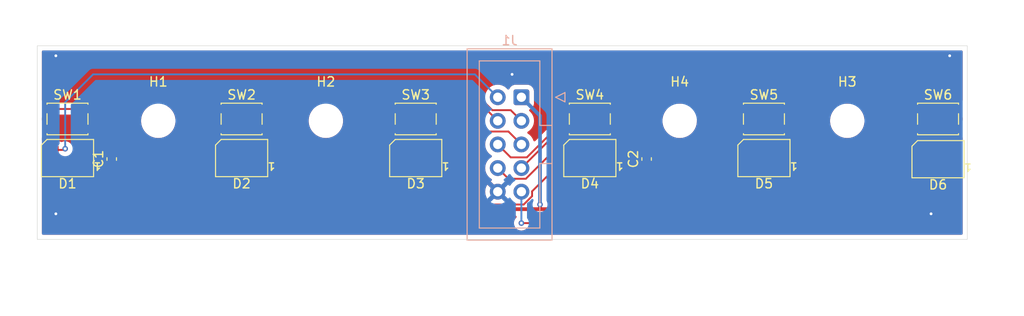
<source format=kicad_pcb>
(kicad_pcb (version 20240108) (generator "pcbnew") (generator_version "8.0")
  (layers (0 "F.Cu" signal) (31 "B.Cu" signal) (34 "B.Paste" user) (35 "F.Paste" user) (36 "B.SilkS" user "B.Silkscreen") (37 "F.SilkS" user "F.Silkscreen") (38 "B.Mask" user) (39 "F.Mask" user) (44 "Edge.Cuts" user))
  (net 0 "")
  (net 1 "GND")
  (net 2 "+3V3")
  (net 3 "Net-(D1-DIN)")
  (net 4 "Net-(D1-DOUT)")
  (net 5 "Net-(D2-DOUT)")
  (net 6 "Net-(D3-DOUT)")
  (net 7 "Net-(D4-DOUT)")
  (net 8 "Net-(D5-DOUT)")
  (net 9 "Net-(D6-DOUT)")
  (net 10 "Net-(J1-Pin_5)")
  (net 11 "Net-(J1-Pin_8)")
  (net 12 "Net-(J1-Pin_6)")
  (net 13 "Net-(J1-Pin_3)")
  (net 14 "Net-(J1-Pin_7)")
  (net 15 "Net-(J1-Pin_4)")
  (footprint "Button_Switch_SMD:SW_SPST_PTS810" (layer "F.Cu") (at 146.65 50.8)
    (property "Reference" "SW3" (at 0 -2.6 0) (layer "F.SilkS"))
    (property "Value" "SW_Push")
    (fp_line (start -2.2 -1.7) (end -2.2 -1.58) (stroke (width 0.12)) (layer "F.SilkS"))
    (fp_line (start -2.2 -0.57) (end -2.2 0.57) (stroke (width 0.12)) (layer "F.SilkS"))
    (fp_line (start -2.2 1.58) (end -2.2 1.7) (stroke (width 0.12)) (layer "F.SilkS"))
    (fp_line (start -2.2 1.7) (end 2.2 1.7) (stroke (width 0.12)) (layer "F.SilkS"))
    (fp_line (start 2.2 -1.7) (end -2.2 -1.7) (stroke (width 0.12)) (layer "F.SilkS"))
    (fp_line (start 2.2 -1.58) (end 2.2 -1.7) (stroke (width 0.12)) (layer "F.SilkS"))
    (fp_line (start 2.2 0.57) (end 2.2 -0.57) (stroke (width 0.12)) (layer "F.SilkS"))
    (fp_line (start 2.2 1.7) (end 2.2 1.58) (stroke (width 0.12)) (layer "F.SilkS"))
    (pad "1" smd rect (at -2.075 -1.075) (size 1.05 0.65) (layers "F.Cu" "F.Paste" "F.Mask") (net 10 "Net-(J1-Pin_5)"))
    (pad "1" smd rect (at 2.075 -1.075) (size 1.05 0.65) (layers "F.Cu" "F.Paste" "F.Mask") (net 10 "Net-(J1-Pin_5)"))
    (pad "2" smd rect (at -2.075 1.075) (size 1.05 0.65) (layers "F.Cu" "F.Paste" "F.Mask") (net 1 "GND"))
    (pad "2" smd rect (at 2.075 1.075) (size 1.05 0.65) (layers "F.Cu" "F.Paste" "F.Mask") (net 1 "GND"))
  )
  (footprint "Button_Switch_SMD:SW_SPST_PTS810" (layer "F.Cu") (at 109.25 50.8)
    (property "Reference" "SW1" (at 0 -2.6 0) (layer "F.SilkS"))
    (property "Value" "SW_Push")
    (fp_line (start -2.2 -1.7) (end -2.2 -1.58) (stroke (width 0.12)) (layer "F.SilkS"))
    (fp_line (start -2.2 -0.57) (end -2.2 0.57) (stroke (width 0.12)) (layer "F.SilkS"))
    (fp_line (start -2.2 1.58) (end -2.2 1.7) (stroke (width 0.12)) (layer "F.SilkS"))
    (fp_line (start -2.2 1.7) (end 2.2 1.7) (stroke (width 0.12)) (layer "F.SilkS"))
    (fp_line (start 2.2 -1.7) (end -2.2 -1.7) (stroke (width 0.12)) (layer "F.SilkS"))
    (fp_line (start 2.2 -1.58) (end 2.2 -1.7) (stroke (width 0.12)) (layer "F.SilkS"))
    (fp_line (start 2.2 0.57) (end 2.2 -0.57) (stroke (width 0.12)) (layer "F.SilkS"))
    (fp_line (start 2.2 1.7) (end 2.2 1.58) (stroke (width 0.12)) (layer "F.SilkS"))
    (pad "1" smd rect (at -2.075 -1.075) (size 1.05 0.65) (layers "F.Cu" "F.Paste" "F.Mask") (net 13 "Net-(J1-Pin_3)"))
    (pad "1" smd rect (at 2.075 -1.075) (size 1.05 0.65) (layers "F.Cu" "F.Paste" "F.Mask") (net 13 "Net-(J1-Pin_3)"))
    (pad "2" smd rect (at -2.075 1.075) (size 1.05 0.65) (layers "F.Cu" "F.Paste" "F.Mask") (net 1 "GND"))
    (pad "2" smd rect (at 2.075 1.075) (size 1.05 0.65) (layers "F.Cu" "F.Paste" "F.Mask") (net 1 "GND"))
  )
  (footprint "Button_Switch_SMD:SW_SPST_PTS810" (layer "F.Cu") (at 202.75 50.8)
    (property "Reference" "SW6" (at 0 -2.6 0) (layer "F.SilkS"))
    (property "Value" "SW_Push")
    (fp_line (start -2.2 -1.7) (end -2.2 -1.58) (stroke (width 0.12)) (layer "F.SilkS"))
    (fp_line (start -2.2 -0.57) (end -2.2 0.57) (stroke (width 0.12)) (layer "F.SilkS"))
    (fp_line (start -2.2 1.58) (end -2.2 1.7) (stroke (width 0.12)) (layer "F.SilkS"))
    (fp_line (start -2.2 1.7) (end 2.2 1.7) (stroke (width 0.12)) (layer "F.SilkS"))
    (fp_line (start 2.2 -1.7) (end -2.2 -1.7) (stroke (width 0.12)) (layer "F.SilkS"))
    (fp_line (start 2.2 -1.58) (end 2.2 -1.7) (stroke (width 0.12)) (layer "F.SilkS"))
    (fp_line (start 2.2 0.57) (end 2.2 -0.57) (stroke (width 0.12)) (layer "F.SilkS"))
    (fp_line (start 2.2 1.7) (end 2.2 1.58) (stroke (width 0.12)) (layer "F.SilkS"))
    (pad "1" smd rect (at -2.075 -1.075) (size 1.05 0.65) (layers "F.Cu" "F.Paste" "F.Mask") (net 11 "Net-(J1-Pin_8)"))
    (pad "1" smd rect (at 2.075 -1.075) (size 1.05 0.65) (layers "F.Cu" "F.Paste" "F.Mask") (net 11 "Net-(J1-Pin_8)"))
    (pad "2" smd rect (at -2.075 1.075) (size 1.05 0.65) (layers "F.Cu" "F.Paste" "F.Mask") (net 1 "GND"))
    (pad "2" smd rect (at 2.075 1.075) (size 1.05 0.65) (layers "F.Cu" "F.Paste" "F.Mask") (net 1 "GND"))
  )
  (footprint "Button_Switch_SMD:SW_SPST_PTS810" (layer "F.Cu") (at 184.05 50.8)
    (property "Reference" "SW5" (at 0 -2.6 0) (layer "F.SilkS"))
    (property "Value" "SW_Push")
    (fp_line (start -2.2 -1.7) (end -2.2 -1.58) (stroke (width 0.12)) (layer "F.SilkS"))
    (fp_line (start -2.2 -0.57) (end -2.2 0.57) (stroke (width 0.12)) (layer "F.SilkS"))
    (fp_line (start -2.2 1.58) (end -2.2 1.7) (stroke (width 0.12)) (layer "F.SilkS"))
    (fp_line (start -2.2 1.7) (end 2.2 1.7) (stroke (width 0.12)) (layer "F.SilkS"))
    (fp_line (start 2.2 -1.7) (end -2.2 -1.7) (stroke (width 0.12)) (layer "F.SilkS"))
    (fp_line (start 2.2 -1.58) (end 2.2 -1.7) (stroke (width 0.12)) (layer "F.SilkS"))
    (fp_line (start 2.2 0.57) (end 2.2 -0.57) (stroke (width 0.12)) (layer "F.SilkS"))
    (fp_line (start 2.2 1.7) (end 2.2 1.58) (stroke (width 0.12)) (layer "F.SilkS"))
    (pad "1" smd rect (at -2.075 -1.075) (size 1.05 0.65) (layers "F.Cu" "F.Paste" "F.Mask") (net 14 "Net-(J1-Pin_7)"))
    (pad "1" smd rect (at 2.075 -1.075) (size 1.05 0.65) (layers "F.Cu" "F.Paste" "F.Mask") (net 14 "Net-(J1-Pin_7)"))
    (pad "2" smd rect (at -2.075 1.075) (size 1.05 0.65) (layers "F.Cu" "F.Paste" "F.Mask") (net 1 "GND"))
    (pad "2" smd rect (at 2.075 1.075) (size 1.05 0.65) (layers "F.Cu" "F.Paste" "F.Mask") (net 1 "GND"))
  )
  (footprint "Button_Switch_SMD:SW_SPST_PTS810" (layer "F.Cu") (at 165.35 50.8)
    (property "Reference" "SW4" (at 0 -2.6 0) (layer "F.SilkS"))
    (property "Value" "SW_Push")
    (fp_line (start -2.2 -1.7) (end -2.2 -1.58) (stroke (width 0.12)) (layer "F.SilkS"))
    (fp_line (start -2.2 -0.57) (end -2.2 0.57) (stroke (width 0.12)) (layer "F.SilkS"))
    (fp_line (start -2.2 1.58) (end -2.2 1.7) (stroke (width 0.12)) (layer "F.SilkS"))
    (fp_line (start -2.2 1.7) (end 2.2 1.7) (stroke (width 0.12)) (layer "F.SilkS"))
    (fp_line (start 2.2 -1.7) (end -2.2 -1.7) (stroke (width 0.12)) (layer "F.SilkS"))
    (fp_line (start 2.2 -1.58) (end 2.2 -1.7) (stroke (width 0.12)) (layer "F.SilkS"))
    (fp_line (start 2.2 0.57) (end 2.2 -0.57) (stroke (width 0.12)) (layer "F.SilkS"))
    (fp_line (start 2.2 1.7) (end 2.2 1.58) (stroke (width 0.12)) (layer "F.SilkS"))
    (pad "1" smd rect (at -2.075 -1.075) (size 1.05 0.65) (layers "F.Cu" "F.Paste" "F.Mask") (net 12 "Net-(J1-Pin_6)"))
    (pad "1" smd rect (at 2.075 -1.075) (size 1.05 0.65) (layers "F.Cu" "F.Paste" "F.Mask") (net 12 "Net-(J1-Pin_6)"))
    (pad "2" smd rect (at -2.075 1.075) (size 1.05 0.65) (layers "F.Cu" "F.Paste" "F.Mask") (net 1 "GND"))
    (pad "2" smd rect (at 2.075 1.075) (size 1.05 0.65) (layers "F.Cu" "F.Paste" "F.Mask") (net 1 "GND"))
  )
  (footprint "MountingHole:MountingHole_3.2mm_M3" (layer "F.Cu") (at 137 51)
    (property "Reference" "H2" (at 0 -4.2 0) (layer "F.SilkS"))
    (property "Value" "MountingHole")
    (pad "" np_thru_hole circle (at 0 0) (size 3.2 3.2) (drill 3.2) (layers "*.Cu" "*.Mask"))
  )
  (footprint "MountingHole:MountingHole_3.2mm_M3" (layer "F.Cu") (at 119 51)
    (property "Reference" "H1" (at 0 -4.2 0) (layer "F.SilkS"))
    (property "Value" "MountingHole")
    (pad "" np_thru_hole circle (at 0 0) (size 3.2 3.2) (drill 3.2) (layers "*.Cu" "*.Mask"))
  )
  (footprint "Capacitor_SMD:C_0603_1608Metric" (layer "F.Cu") (at 114 55.105 90)
    (property "Reference" "C1" (at 0 -1.43 90) (layer "F.SilkS"))
    (property "Value" "C")
    (fp_line (start -0.14058 -0.51) (end 0.14058 -0.51) (stroke (width 0.12)) (layer "F.SilkS"))
    (fp_line (start -0.14058 0.51) (end 0.14058 0.51) (stroke (width 0.12)) (layer "F.SilkS"))
    (pad "1" smd roundrect (at -0.775 0 90) (size 0.9 0.95) (layers "F.Cu" "F.Paste" "F.Mask") (net 2 "+3V3"))
    (pad "2" smd roundrect (at 0.775 0 90) (size 0.9 0.95) (layers "F.Cu" "F.Paste" "F.Mask") (net 1 "GND"))
  )
  (footprint "LED_SMD:LED_SK6812MINI_PLCC4_3.5x3.5mm_P1.75mm" (layer "F.Cu") (at 184.05 55.005 180)
    (property "Reference" "D5" (at 0 -2.75 0) (layer "F.SilkS"))
    (property "Value" "SK6812MINI")
    (fp_line (start 2.8 1.4) (end 2.8 -2) (stroke (width 0.12)) (layer "F.SilkS"))
    (fp_line (start 2.8 1.4) (end 2.2 2) (stroke (width 0.12)) (layer "F.SilkS"))
    (fp_line (start -2.8 2) (end 2.2 2) (stroke (width 0.12)) (layer "F.SilkS"))
    (fp_line (start -2.8 -2) (end 2.8 -2) (stroke (width 0.12)) (layer "F.SilkS"))
    (fp_line (start -2.8 -2) (end -2.8 2) (stroke (width 0.12)) (layer "F.SilkS"))
    (fp_text user "1" (at -3.2 -0.875 180) (layer "F.SilkS") (effects (font (size 0.8 0.8))))
    (pad "1" smd rect (at -1.75 -0.875 180) (size 1.6 0.85) (layers "F.Cu" "F.Paste" "F.Mask") (net 8 "Net-(D5-DOUT)"))
    (pad "2" smd rect (at -1.75 0.875 180) (size 1.6 0.85) (layers "F.Cu" "F.Paste" "F.Mask") (net 1 "GND"))
    (pad "3" smd rect (at 1.75 0.875 180) (size 1.6 0.85) (layers "F.Cu" "F.Paste" "F.Mask") (net 7 "Net-(D4-DOUT)"))
    (pad "4" smd rect (at 1.75 -0.875 180) (size 1.6 0.85) (layers "F.Cu" "F.Paste" "F.Mask") (net 2 "+3V3"))
  )
  (footprint "LED_SMD:LED_SK6812MINI_PLCC4_3.5x3.5mm_P1.75mm" (layer "F.Cu") (at 165.35 55.005 180)
    (property "Reference" "D4" (at 0 -2.75 0) (layer "F.SilkS"))
    (property "Value" "SK6812MINI")
    (fp_line (start 2.8 1.4) (end 2.8 -2) (stroke (width 0.12)) (layer "F.SilkS"))
    (fp_line (start 2.8 1.4) (end 2.2 2) (stroke (width 0.12)) (layer "F.SilkS"))
    (fp_line (start -2.8 2) (end 2.2 2) (stroke (width 0.12)) (layer "F.SilkS"))
    (fp_line (start -2.8 -2) (end 2.8 -2) (stroke (width 0.12)) (layer "F.SilkS"))
    (fp_line (start -2.8 -2) (end -2.8 2) (stroke (width 0.12)) (layer "F.SilkS"))
    (fp_text user "1" (at -3.2 -0.875 180) (layer "F.SilkS") (effects (font (size 0.8 0.8))))
    (pad "1" smd rect (at -1.75 -0.875 180) (size 1.6 0.85) (layers "F.Cu" "F.Paste" "F.Mask") (net 7 "Net-(D4-DOUT)"))
    (pad "2" smd rect (at -1.75 0.875 180) (size 1.6 0.85) (layers "F.Cu" "F.Paste" "F.Mask") (net 1 "GND"))
    (pad "3" smd rect (at 1.75 0.875 180) (size 1.6 0.85) (layers "F.Cu" "F.Paste" "F.Mask") (net 6 "Net-(D3-DOUT)"))
    (pad "4" smd rect (at 1.75 -0.875 180) (size 1.6 0.85) (layers "F.Cu" "F.Paste" "F.Mask") (net 2 "+3V3"))
  )
  (footprint "LED_SMD:LED_SK6812MINI_PLCC4_3.5x3.5mm_P1.75mm" (layer "F.Cu") (at 146.65 55.005 180)
    (property "Reference" "D3" (at 0 -2.75 0) (layer "F.SilkS"))
    (property "Value" "SK6812MINI")
    (fp_line (start 2.8 1.4) (end 2.8 -2) (stroke (width 0.12)) (layer "F.SilkS"))
    (fp_line (start 2.8 1.4) (end 2.2 2) (stroke (width 0.12)) (layer "F.SilkS"))
    (fp_line (start -2.8 2) (end 2.2 2) (stroke (width 0.12)) (layer "F.SilkS"))
    (fp_line (start -2.8 -2) (end 2.8 -2) (stroke (width 0.12)) (layer "F.SilkS"))
    (fp_line (start -2.8 -2) (end -2.8 2) (stroke (width 0.12)) (layer "F.SilkS"))
    (fp_text user "1" (at -3.2 -0.875 180) (layer "F.SilkS") (effects (font (size 0.8 0.8))))
    (pad "1" smd rect (at -1.75 -0.875 180) (size 1.6 0.85) (layers "F.Cu" "F.Paste" "F.Mask") (net 6 "Net-(D3-DOUT)"))
    (pad "2" smd rect (at -1.75 0.875 180) (size 1.6 0.85) (layers "F.Cu" "F.Paste" "F.Mask") (net 1 "GND"))
    (pad "3" smd rect (at 1.75 0.875 180) (size 1.6 0.85) (layers "F.Cu" "F.Paste" "F.Mask") (net 5 "Net-(D2-DOUT)"))
    (pad "4" smd rect (at 1.75 -0.875 180) (size 1.6 0.85) (layers "F.Cu" "F.Paste" "F.Mask") (net 2 "+3V3"))
  )
  (footprint "LED_SMD:LED_SK6812MINI_PLCC4_3.5x3.5mm_P1.75mm" (layer "F.Cu") (at 109.25 55.005 180)
    (property "Reference" "D1" (at 0 -2.75 0) (layer "F.SilkS"))
    (property "Value" "SK6812MINI")
    (fp_line (start 2.8 1.4) (end 2.8 -2) (stroke (width 0.12)) (layer "F.SilkS"))
    (fp_line (start 2.8 1.4) (end 2.2 2) (stroke (width 0.12)) (layer "F.SilkS"))
    (fp_line (start -2.8 2) (end 2.2 2) (stroke (width 0.12)) (layer "F.SilkS"))
    (fp_line (start -2.8 -2) (end 2.8 -2) (stroke (width 0.12)) (layer "F.SilkS"))
    (fp_line (start -2.8 -2) (end -2.8 2) (stroke (width 0.12)) (layer "F.SilkS"))
    (fp_text user "1" (at -3.2 -0.875 180) (layer "F.SilkS") (effects (font (size 0.8 0.8))))
    (pad "1" smd rect (at -1.75 -0.875 180) (size 1.6 0.85) (layers "F.Cu" "F.Paste" "F.Mask") (net 4 "Net-(D1-DOUT)"))
    (pad "2" smd rect (at -1.75 0.875 180) (size 1.6 0.85) (layers "F.Cu" "F.Paste" "F.Mask") (net 1 "GND"))
    (pad "3" smd rect (at 1.75 0.875 180) (size 1.6 0.85) (layers "F.Cu" "F.Paste" "F.Mask") (net 3 "Net-(D1-DIN)"))
    (pad "4" smd rect (at 1.75 -0.875 180) (size 1.6 0.85) (layers "F.Cu" "F.Paste" "F.Mask") (net 2 "+3V3"))
  )
  (footprint "MountingHole:MountingHole_3.2mm_M3" (layer "F.Cu") (at 175 51)
    (property "Reference" "H4" (at 0 -4.2 0) (layer "F.SilkS"))
    (property "Value" "MountingHole")
    (pad "" np_thru_hole circle (at 0 0) (size 3.2 3.2) (drill 3.2) (layers "*.Cu" "*.Mask"))
  )
  (footprint "LED_SMD:LED_SK6812MINI_PLCC4_3.5x3.5mm_P1.75mm" (layer "F.Cu") (at 202.75 55.125 180)
    (property "Reference" "D6" (at 0 -2.75 0) (layer "F.SilkS"))
    (property "Value" "SK6812MINI")
    (fp_line (start 2.8 1.4) (end 2.8 -2) (stroke (width 0.12)) (layer "F.SilkS"))
    (fp_line (start 2.8 1.4) (end 2.2 2) (stroke (width 0.12)) (layer "F.SilkS"))
    (fp_line (start -2.8 2) (end 2.2 2) (stroke (width 0.12)) (layer "F.SilkS"))
    (fp_line (start -2.8 -2) (end 2.8 -2) (stroke (width 0.12)) (layer "F.SilkS"))
    (fp_line (start -2.8 -2) (end -2.8 2) (stroke (width 0.12)) (layer "F.SilkS"))
    (fp_text user "1" (at -3.2 -0.875 180) (layer "F.SilkS") (effects (font (size 0.8 0.8))))
    (pad "1" smd rect (at -1.75 -0.875 180) (size 1.6 0.85) (layers "F.Cu" "F.Paste" "F.Mask") (net 9 "Net-(D6-DOUT)"))
    (pad "2" smd rect (at -1.75 0.875 180) (size 1.6 0.85) (layers "F.Cu" "F.Paste" "F.Mask") (net 1 "GND"))
    (pad "3" smd rect (at 1.75 0.875 180) (size 1.6 0.85) (layers "F.Cu" "F.Paste" "F.Mask") (net 8 "Net-(D5-DOUT)"))
    (pad "4" smd rect (at 1.75 -0.875 180) (size 1.6 0.85) (layers "F.Cu" "F.Paste" "F.Mask") (net 2 "+3V3"))
  )
  (footprint "Capacitor_SMD:C_0603_1608Metric" (layer "F.Cu") (at 171.45 55.105 90)
    (property "Reference" "C2" (at 0 -1.43 90) (layer "F.SilkS"))
    (property "Value" "C")
    (fp_line (start -0.14058 -0.51) (end 0.14058 -0.51) (stroke (width 0.12)) (layer "F.SilkS"))
    (fp_line (start -0.14058 0.51) (end 0.14058 0.51) (stroke (width 0.12)) (layer "F.SilkS"))
    (pad "1" smd roundrect (at -0.775 0 90) (size 0.9 0.95) (layers "F.Cu" "F.Paste" "F.Mask") (net 2 "+3V3"))
    (pad "2" smd roundrect (at 0.775 0 90) (size 0.9 0.95) (layers "F.Cu" "F.Paste" "F.Mask") (net 1 "GND"))
  )
  (footprint "MountingHole:MountingHole_3.2mm_M3" (layer "F.Cu") (at 193 51)
    (property "Reference" "H3" (at 0 -4.2 0) (layer "F.SilkS"))
    (property "Value" "MountingHole")
    (pad "" np_thru_hole circle (at 0 0) (size 3.2 3.2) (drill 3.2) (layers "*.Cu" "*.Mask"))
  )
  (footprint "Button_Switch_SMD:SW_SPST_PTS810" (layer "F.Cu") (at 127.95 50.8)
    (property "Reference" "SW2" (at 0 -2.6 0) (layer "F.SilkS"))
    (property "Value" "SW_Push")
    (fp_line (start -2.2 -1.7) (end -2.2 -1.58) (stroke (width 0.12)) (layer "F.SilkS"))
    (fp_line (start -2.2 -0.57) (end -2.2 0.57) (stroke (width 0.12)) (layer "F.SilkS"))
    (fp_line (start -2.2 1.58) (end -2.2 1.7) (stroke (width 0.12)) (layer "F.SilkS"))
    (fp_line (start -2.2 1.7) (end 2.2 1.7) (stroke (width 0.12)) (layer "F.SilkS"))
    (fp_line (start 2.2 -1.7) (end -2.2 -1.7) (stroke (width 0.12)) (layer "F.SilkS"))
    (fp_line (start 2.2 -1.58) (end 2.2 -1.7) (stroke (width 0.12)) (layer "F.SilkS"))
    (fp_line (start 2.2 0.57) (end 2.2 -0.57) (stroke (width 0.12)) (layer "F.SilkS"))
    (fp_line (start 2.2 1.7) (end 2.2 1.58) (stroke (width 0.12)) (layer "F.SilkS"))
    (pad "1" smd rect (at -2.075 -1.075) (size 1.05 0.65) (layers "F.Cu" "F.Paste" "F.Mask") (net 15 "Net-(J1-Pin_4)"))
    (pad "1" smd rect (at 2.075 -1.075) (size 1.05 0.65) (layers "F.Cu" "F.Paste" "F.Mask") (net 15 "Net-(J1-Pin_4)"))
    (pad "2" smd rect (at -2.075 1.075) (size 1.05 0.65) (layers "F.Cu" "F.Paste" "F.Mask") (net 1 "GND"))
    (pad "2" smd rect (at 2.075 1.075) (size 1.05 0.65) (layers "F.Cu" "F.Paste" "F.Mask") (net 1 "GND"))
  )
  (footprint "LED_SMD:LED_SK6812MINI_PLCC4_3.5x3.5mm_P1.75mm" (layer "F.Cu") (at 127.95 55.005 180)
    (property "Reference" "D2" (at 0 -2.75 0) (layer "F.SilkS"))
    (property "Value" "SK6812MINI")
    (fp_line (start 2.8 1.4) (end 2.8 -2) (stroke (width 0.12)) (layer "F.SilkS"))
    (fp_line (start 2.8 1.4) (end 2.2 2) (stroke (width 0.12)) (layer "F.SilkS"))
    (fp_line (start -2.8 2) (end 2.2 2) (stroke (width 0.12)) (layer "F.SilkS"))
    (fp_line (start -2.8 -2) (end 2.8 -2) (stroke (width 0.12)) (layer "F.SilkS"))
    (fp_line (start -2.8 -2) (end -2.8 2) (stroke (width 0.12)) (layer "F.SilkS"))
    (fp_text user "1" (at -3.2 -0.875 180) (layer "F.SilkS") (effects (font (size 0.8 0.8))))
    (pad "1" smd rect (at -1.75 -0.875 180) (size 1.6 0.85) (layers "F.Cu" "F.Paste" "F.Mask") (net 5 "Net-(D2-DOUT)"))
    (pad "2" smd rect (at -1.75 0.875 180) (size 1.6 0.85) (layers "F.Cu" "F.Paste" "F.Mask") (net 1 "GND"))
    (pad "3" smd rect (at 1.75 0.875 180) (size 1.6 0.85) (layers "F.Cu" "F.Paste" "F.Mask") (net 4 "Net-(D1-DOUT)"))
    (pad "4" smd rect (at 1.75 -0.875 180) (size 1.6 0.85) (layers "F.Cu" "F.Paste" "F.Mask") (net 2 "+3V3"))
  )
  (footprint "Connector_IDC:IDC-Header_2x05_P2.54mm_Vertical" (layer "B.Cu") (at 158 48.46 180)
    (property "Reference" "J1" (at 1.27 6.1 360) (layer "B.SilkS") (effects (justify mirror)))
    (property "Value" "Conn_01x10")
    (fp_line (start 5.83 5.21) (end -3.29 5.21) (stroke (width 0.12)) (layer "B.SilkS"))
    (fp_line (start 5.83 -15.37) (end 5.83 5.21) (stroke (width 0.12)) (layer "B.SilkS"))
    (fp_line (start 4.52 3.91) (end -1.98 3.91) (stroke (width 0.12)) (layer "B.SilkS"))
    (fp_line (start 4.52 -14.07) (end 4.52 3.91) (stroke (width 0.12)) (layer "B.SilkS"))
    (fp_line (start -1.98 3.91) (end -1.98 -3.03) (stroke (width 0.12)) (layer "B.SilkS"))
    (fp_line (start -1.98 -3.03) (end -3.29 -3.03) (stroke (width 0.12)) (layer "B.SilkS"))
    (fp_line (start -1.98 -7.13) (end -1.98 -7.13) (stroke (width 0.12)) (layer "B.SilkS"))
    (fp_line (start -1.98 -7.13) (end -1.98 -14.07) (stroke (width 0.12)) (layer "B.SilkS"))
    (fp_line (start -1.98 -14.07) (end 4.52 -14.07) (stroke (width 0.12)) (layer "B.SilkS"))
    (fp_line (start -3.29 5.21) (end -3.29 -15.37) (stroke (width 0.12)) (layer "B.SilkS"))
    (fp_line (start -3.29 -7.13) (end -1.98 -7.13) (stroke (width 0.12)) (layer "B.SilkS"))
    (fp_line (start -3.29 -15.37) (end 5.83 -15.37) (stroke (width 0.12)) (layer "B.SilkS"))
    (fp_line (start -3.68 0) (end -4.68 -0.5) (stroke (width 0.12)) (layer "B.SilkS"))
    (fp_line (start -4.68 0.5) (end -3.68 0) (stroke (width 0.12)) (layer "B.SilkS"))
    (fp_line (start -4.68 -0.5) (end -4.68 0.5) (stroke (width 0.12)) (layer "B.SilkS"))
    (pad "1" thru_hole roundrect (at 0 0 180) (size 1.7 1.7) (drill 1) (layers "*.Cu" "*.Mask") (roundrect_rratio 0.147059) (net 2 "+3V3"))
    (pad "2" thru_hole circle (at 2.54 0 180) (size 1.7 1.7) (drill 1) (layers "*.Cu" "*.Mask") (net 3 "Net-(D1-DIN)"))
    (pad "3" thru_hole circle (at 0 -2.54 180) (size 1.7 1.7) (drill 1) (layers "*.Cu" "*.Mask") (net 13 "Net-(J1-Pin_3)"))
    (pad "4" thru_hole circle (at 2.54 -2.54 180) (size 1.7 1.7) (drill 1) (layers "*.Cu" "*.Mask") (net 15 "Net-(J1-Pin_4)"))
    (pad "5" thru_hole circle (at 0 -5.08 180) (size 1.7 1.7) (drill 1) (layers "*.Cu" "*.Mask") (net 10 "Net-(J1-Pin_5)"))
    (pad "6" thru_hole circle (at 2.54 -5.08 180) (size 1.7 1.7) (drill 1) (layers "*.Cu" "*.Mask") (net 12 "Net-(J1-Pin_6)"))
    (pad "7" thru_hole circle (at 0 -7.62 180) (size 1.7 1.7) (drill 1) (layers "*.Cu" "*.Mask") (net 14 "Net-(J1-Pin_7)"))
    (pad "8" thru_hole circle (at 2.54 -7.62 180) (size 1.7 1.7) (drill 1) (layers "*.Cu" "*.Mask") (net 11 "Net-(J1-Pin_8)"))
    (pad "9" thru_hole circle (at 0 -10.16 180) (size 1.7 1.7) (drill 1) (layers "*.Cu" "*.Mask") (net 9 "Net-(D6-DOUT)"))
    (pad "10" thru_hole circle (at 2.54 -10.16 180) (size 1.7 1.7) (drill 1) (layers "*.Cu" "*.Mask") (net 1 "GND"))
  )
  (gr_rect (start 106 42.926) (end 205.8924 63.754) (stroke (width 0.05)) (fill none) (layer "Edge.Cuts"))
  (via (at 202 61) (size 0.6) (drill 0.3) (layers "F.Cu" "B.Cu") (net 1))
  (via (at 157 46) (size 0.6) (drill 0.3) (layers "F.Cu" "B.Cu") (net 1))
  (via (at 108 61) (size 0.6) (drill 0.3) (layers "F.Cu" "B.Cu") (net 1))
  (via (at 108 44) (size 0.6) (drill 0.3) (layers "F.Cu" "B.Cu") (net 1))
  (via (at 204 44) (size 0.6) (drill 0.3) (layers "F.Cu" "B.Cu") (net 1))
  (segment (start 121 60.5) (end 126 60.5) (width 0.4) (layer "F.Cu") (net 2))
  (segment (start 114 55.88) (end 114 60.5) (width 0.4) (layer "F.Cu") (net 2))
  (segment (start 107.5 55.88) (end 107.5 56.9308) (width 0.4) (layer "F.Cu") (net 2))
  (segment (start 171.45 55.88) (end 171.45 60.05) (width 0.4) (layer "F.Cu") (net 2))
  (segment (start 171.45 60.05) (end 171 60.5) (width 0.4) (layer "F.Cu") (net 2))
  (segment (start 163.6 59.9) (end 163 60.5) (width 0.4) (layer "F.Cu") (net 2))
  (segment (start 144.9 55.88) (end 144.9 60.4) (width 0.4) (layer "F.Cu") (net 2))
  (segment (start 111.0692 60.5) (end 121 60.5) (width 0.4) (layer "F.Cu") (net 2))
  (segment (start 182.3 60.2) (end 182 60.5) (width 0.4) (layer "F.Cu") (net 2))
  (segment (start 126.2 55.88) (end 126.2 60.3) (width 0.4) (layer "F.Cu") (net 2))
  (segment (start 160 60.5) (end 163 60.5) (width 0.4) (layer "F.Cu") (net 2))
  (segment (start 114 60.5) (end 121 60.5) (width 0.4) (layer "F.Cu") (net 2))
  (segment (start 163.6 55.88) (end 163.6 59.9) (width 0.4) (layer "F.Cu") (net 2))
  (segment (start 199.5 60.5) (end 201 59) (width 0.4) (layer "F.Cu") (net 2))
  (segment (start 144.9 60.4) (end 145 60.5) (width 0.4) (layer "F.Cu") (net 2))
  (segment (start 163 60.5) (end 171 60.5) (width 0.4) (layer "F.Cu") (net 2))
  (segment (start 182 60.5) (end 199.5 60.5) (width 0.4) (layer "F.Cu") (net 2))
  (segment (start 145 60.5) (end 160 60.5) (width 0.4) (layer "F.Cu") (net 2))
  (segment (start 126.2 60.3) (end 126 60.5) (width 0.4) (layer "F.Cu") (net 2))
  (segment (start 107.5 56.9308) (end 111.0692 60.5) (width 0.4) (layer "F.Cu") (net 2))
  (segment (start 160 60) (end 160 60.5) (width 0.4) (layer "F.Cu") (net 2))
  (segment (start 126 60.5) (end 145 60.5) (width 0.4) (layer "F.Cu") (net 2))
  (segment (start 201 59) (end 201 56) (width 0.4) (layer "F.Cu") (net 2))
  (segment (start 182.3 55.88) (end 182.3 60.2) (width 0.4) (layer "F.Cu") (net 2))
  (segment (start 171 60.5) (end 182 60.5) (width 0.4) (layer "F.Cu") (net 2))
  (via (at 160 60) (size 0.6) (drill 0.3) (layers "F.Cu" "B.Cu") (net 2))
  (segment (start 158 48.46) (end 160 50.46) (width 0.4) (layer "B.Cu") (net 2))
  (segment (start 160 50.46) (end 160 60) (width 0.4) (layer "B.Cu") (net 2))
  (segment (start 107.5 54.13) (end 108.87 54.13) (width 0.2) (layer "F.Cu") (net 3))
  (segment (start 108.87 54.13) (end 109 54) (width 0.2) (layer "F.Cu") (net 3))
  (via (at 109 54) (size 0.6) (drill 0.3) (layers "F.Cu" "B.Cu") (net 3))
  (segment (start 109 49) (end 112 46) (width 0.2) (layer "B.Cu") (net 3))
  (segment (start 112 46) (end 153 46) (width 0.2) (layer "B.Cu") (net 3))
  (segment (start 109 54) (end 109 49) (width 0.2) (layer "B.Cu") (net 3))
  (segment (start 153 46) (end 155.46 48.46) (width 0.2) (layer "B.Cu") (net 3))
  (segment (start 126.2 54.13) (end 127.2 55.13) (width 0.2) (layer "F.Cu") (net 4))
  (segment (start 127.2 55.13) (end 111.75 55.13) (width 0.2) (layer "F.Cu") (net 4))
  (segment (start 111.75 55.13) (end 111 55.88) (width 0.2) (layer "F.Cu") (net 4))
  (segment (start 131.45 54.13) (end 129.7 55.88) (width 0.2) (layer "F.Cu") (net 5))
  (segment (start 144.9 54.13) (end 131.45 54.13) (width 0.2) (layer "F.Cu") (net 5))
  (segment (start 163.6 54.13) (end 159.15 58.58) (width 0.2) (layer "F.Cu") (net 6))
  (segment (start 158.246346 60) (end 152.52 60) (width 0.2) (layer "F.Cu") (net 6))
  (segment (start 159.15 58.58) (end 159.15 59.096346) (width 0.2) (layer "F.Cu") (net 6))
  (segment (start 152.52 60) (end 148.4 55.88) (width 0.2) (layer "F.Cu") (net 6))
  (segment (start 159.15 59.096346) (end 158.246346 60) (width 0.2) (layer "F.Cu") (net 6))
  (segment (start 182.3 54.13) (end 181.3 55.13) (width 0.2) (layer "F.Cu") (net 7))
  (segment (start 181.3 55.13) (end 167.85 55.13) (width 0.2) (layer "F.Cu") (net 7))
  (segment (start 167.85 55.13) (end 167.1 55.88) (width 0.2) (layer "F.Cu") (net 7))
  (segment (start 187.43 54.25) (end 185.8 55.88) (width 0.2) (layer "F.Cu") (net 8))
  (segment (start 201 54.25) (end 187.43 54.25) (width 0.2) (layer "F.Cu") (net 8))
  (segment (start 204.5 60.5) (end 203 62) (width 0.2) (layer "F.Cu") (net 9))
  (segment (start 203 62) (end 158 62) (width 0.2) (layer "F.Cu") (net 9))
  (segment (start 204.5 56) (end 204.5 60.5) (width 0.2) (layer "F.Cu") (net 9))
  (via (at 158 62) (size 0.6) (drill 0.3) (layers "F.Cu" "B.Cu") (net 9))
  (segment (start 158 58.62) (end 158 62) (width 0.2) (layer "B.Cu") (net 9))
  (segment (start 148.725 49.725) (end 151.15 52.15) (width 0.2) (layer "F.Cu") (net 10))
  (segment (start 156.61 52.15) (end 158 53.54) (width 0.2) (layer "F.Cu") (net 10))
  (segment (start 144.575 49.725) (end 148.725 49.725) (width 0.2) (layer "F.Cu") (net 10))
  (segment (start 151.15 52.15) (end 156.61 52.15) (width 0.2) (layer "F.Cu") (net 10))
  (segment (start 176.05 49.05) (end 172.95 49.05) (width 0.2) (layer "F.Cu") (net 11))
  (segment (start 158.476346 57.23) (end 156.61 57.23) (width 0.2) (layer "F.Cu") (net 11))
  (segment (start 172.95 49.05) (end 168.595 53.405) (width 0.2) (layer "F.Cu") (net 11))
  (segment (start 204.825 49.725) (end 200.675 49.725) (width 0.2) (layer "F.Cu") (net 11))
  (segment (start 186.95 50.35) (end 177.35 50.35) (width 0.2) (layer "F.Cu") (net 11))
  (segment (start 162.301346 53.405) (end 158.476346 57.23) (width 0.2) (layer "F.Cu") (net 11))
  (segment (start 177.35 50.35) (end 176.05 49.05) (width 0.2) (layer "F.Cu") (net 11))
  (segment (start 188.25 49.05) (end 186.95 50.35) (width 0.2) (layer "F.Cu") (net 11))
  (segment (start 200 49.05) (end 188.25 49.05) (width 0.2) (layer "F.Cu") (net 11))
  (segment (start 156.61 57.23) (end 155.46 56.08) (width 0.2) (layer "F.Cu") (net 11))
  (segment (start 168.595 53.405) (end 162.301346 53.405) (width 0.2) (layer "F.Cu") (net 11))
  (segment (start 200.675 49.725) (end 200 49.05) (width 0.2) (layer "F.Cu") (net 11))
  (segment (start 163.275 49.725) (end 163.275 50.239314) (width 0.2) (layer "F.Cu") (net 12))
  (segment (start 158.584314 54.93) (end 156.85 54.93) (width 0.2) (layer "F.Cu") (net 12))
  (segment (start 163.275 50.239314) (end 158.584314 54.93) (width 0.2) (layer "F.Cu") (net 12))
  (segment (start 156.85 54.93) (end 155.46 53.54) (width 0.2) (layer "F.Cu") (net 12))
  (segment (start 167.425 49.725) (end 163.275 49.725) (width 0.2) (layer "F.Cu") (net 12))
  (segment (start 112.45 48.6) (end 153.625686 48.6) (width 0.2) (layer "F.Cu") (net 13))
  (segment (start 111.325 49.725) (end 107.3308 49.725) (width 0.2) (layer "F.Cu") (net 13))
  (segment (start 156.85 49.85) (end 158 51) (width 0.2) (layer "F.Cu") (net 13))
  (segment (start 154.875686 49.85) (end 156.85 49.85) (width 0.2) (layer "F.Cu") (net 13))
  (segment (start 111.325 49.725) (end 112.45 48.6) (width 0.2) (layer "F.Cu") (net 13))
  (segment (start 153.625686 48.6) (end 154.875686 49.85) (width 0.2) (layer "F.Cu") (net 13))
  (segment (start 181.975 49.725) (end 180.9 48.65) (width 0.2) (layer "F.Cu") (net 14))
  (segment (start 172.784314 48.65) (end 168.934314 52.5) (width 0.2) (layer "F.Cu") (net 14))
  (segment (start 186.125 49.725) (end 181.975 49.725) (width 0.2) (layer "F.Cu") (net 14))
  (segment (start 180.9 48.65) (end 172.784314 48.65) (width 0.2) (layer "F.Cu") (net 14))
  (segment (start 161.58 52.5) (end 158 56.08) (width 0.2) (layer "F.Cu") (net 14))
  (segment (start 168.934314 52.5) (end 161.58 52.5) (width 0.2) (layer "F.Cu") (net 14))
  (segment (start 125.875 49.725) (end 130.025 49.725) (width 0.2) (layer "F.Cu") (net 15))
  (segment (start 153.46 49) (end 155.46 51) (width 0.2) (layer "F.Cu") (net 15))
  (segment (start 130.025 49.725) (end 130.75 49) (width 0.2) (layer "F.Cu") (net 15))
  (segment (start 130.75 49) (end 153.46 49) (width 0.2) (layer "F.Cu") (net 15))
  (zone (net 1) (net_name "GND") (layers "F&B.Cu") (connect_pads (clearance 0.5)) (min_thickness 0.25) (fill yes (thermal_gap 0.5) (thermal_bridge_width 0.5))
    (polygon (pts (xy 102 40) (xy 211 38) (xy 212 72) (xy 102 71)))
  )
)
</source>
